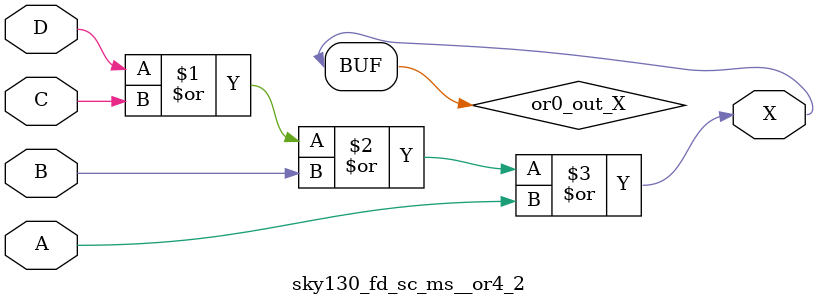
<source format=v>
/*
 * Copyright 2020 The SkyWater PDK Authors
 *
 * Licensed under the Apache License, Version 2.0 (the "License");
 * you may not use this file except in compliance with the License.
 * You may obtain a copy of the License at
 *
 *     https://www.apache.org/licenses/LICENSE-2.0
 *
 * Unless required by applicable law or agreed to in writing, software
 * distributed under the License is distributed on an "AS IS" BASIS,
 * WITHOUT WARRANTIES OR CONDITIONS OF ANY KIND, either express or implied.
 * See the License for the specific language governing permissions and
 * limitations under the License.
 *
 * SPDX-License-Identifier: Apache-2.0
*/


`ifndef SKY130_FD_SC_MS__OR4_2_FUNCTIONAL_V
`define SKY130_FD_SC_MS__OR4_2_FUNCTIONAL_V

/**
 * or4: 4-input OR.
 *
 * Verilog simulation functional model.
 */

`timescale 1ns / 1ps
`default_nettype none

`celldefine
module sky130_fd_sc_ms__or4_2 (
    X,
    A,
    B,
    C,
    D
);

    // Module ports
    output X;
    input  A;
    input  B;
    input  C;
    input  D;

    // Local signals
    wire or0_out_X;

    //  Name  Output     Other arguments
    or  or0  (or0_out_X, D, C, B, A     );
    buf buf0 (X        , or0_out_X      );

endmodule
`endcelldefine

`default_nettype wire
`endif  // SKY130_FD_SC_MS__OR4_2_FUNCTIONAL_V

</source>
